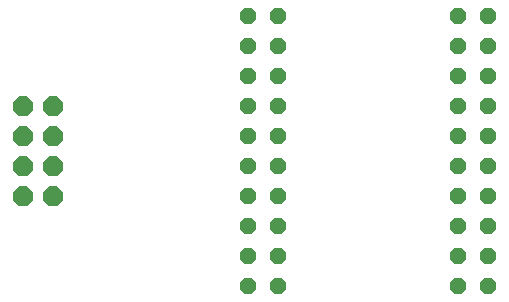
<source format=gbr>
G04 EAGLE Gerber RS-274X export*
G75*
%MOMM*%
%FSLAX34Y34*%
%LPD*%
%INBottom Copper*%
%IPPOS*%
%AMOC8*
5,1,8,0,0,1.08239X$1,22.5*%
G01*
%ADD10P,1.814519X8X112.500000*%
%ADD11P,1.539592X8X292.500000*%


D10*
X127000Y355600D03*
X101600Y355600D03*
X127000Y381000D03*
X101600Y381000D03*
X127000Y406400D03*
X101600Y406400D03*
X127000Y431800D03*
X101600Y431800D03*
D11*
X292100Y508000D03*
X317500Y508000D03*
X292100Y482600D03*
X317500Y482600D03*
X292100Y457200D03*
X317500Y457200D03*
X292100Y431800D03*
X317500Y431800D03*
X292100Y406400D03*
X317500Y406400D03*
X292100Y381000D03*
X317500Y381000D03*
X292100Y355600D03*
X317500Y355600D03*
X292100Y330200D03*
X317500Y330200D03*
X292100Y304800D03*
X317500Y304800D03*
X292100Y279400D03*
X317500Y279400D03*
X469900Y508000D03*
X495300Y508000D03*
X469900Y482600D03*
X495300Y482600D03*
X469900Y457200D03*
X495300Y457200D03*
X469900Y431800D03*
X495300Y431800D03*
X469900Y406400D03*
X495300Y406400D03*
X469900Y381000D03*
X495300Y381000D03*
X469900Y355600D03*
X495300Y355600D03*
X469900Y330200D03*
X495300Y330200D03*
X469900Y304800D03*
X495300Y304800D03*
X469900Y279400D03*
X495300Y279400D03*
M02*

</source>
